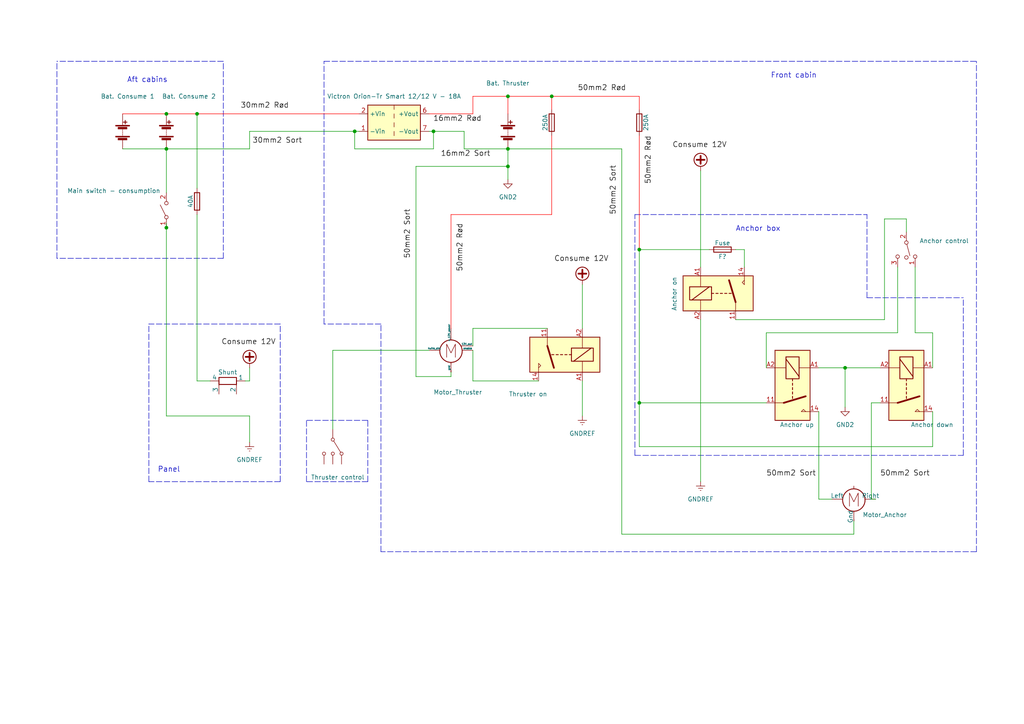
<source format=kicad_sch>
(kicad_sch (version 20231120) (generator "eeschema") (generator_version "8.0")
  (paper "A4")
  (title_block (title "Frk Jensen - Anchor/Thruster Schematic") (date "2023-08-07") (rev "2.0"))
  (lib_symbols
    (symbol "Converter_DCDC:ITX0505SA"
      (property "Reference" "PS" (at -7.62 6.35 0))
      (property "Value" "ITX0505SA" (at 1.27 6.35 0))
      (symbol "ITX0505SA_0_0"
        (pin power_in line (at -10.16 -2.54 0) (length 2.54) (name "-Vin") (number "1"))
        (pin power_in line (at -10.16 2.54 0) (length 2.54) (name "+Vin") (number "2"))
        (pin power_out line (at 10.16 2.54 180) (length 2.54) (name "+Vout") (number "6"))
        (pin power_out line (at 10.16 -2.54 180) (length 2.54) (name "-Vout") (number "7"))
        (pin no_connect line (at 7.62 0 180) (length 2.54) hide (name "NC") (number "8"))
      )
      (symbol "ITX0505SA_0_1"
        (rectangle (start -7.62 5.08) (end 7.62 -5.08) (stroke (width 0.254)) (fill (type background)))
        (polyline (pts (xy 0 -2.54) (xy 0 -3.81)))
        (polyline (pts (xy 0 0) (xy 0 -1.27)))
        (polyline (pts (xy 0 2.54) (xy 0 1.27)))
        (polyline (pts (xy 0 5.08) (xy 0 3.81)))
      )
    )
    (symbol "FrontPower-rescue:Battery" (pin_numbers hide) (pin_names (offset 0) hide)
      (property "Reference" "BT" (at 2.54 2.54 0))
      (property "Value" "Battery" (at 2.54 0 0))
      (symbol "Battery_0_1"
        (rectangle (start -2.032 -1.397) (end 2.032 -1.651) (fill (type outline)))
        (rectangle (start -2.032 1.778) (end 2.032 1.524) (fill (type outline)))
        (rectangle (start -1.3208 -1.9812) (end 1.27 -2.4892) (fill (type outline)))
        (rectangle (start -1.3208 1.1938) (end 1.27 0.6858) (fill (type outline)))
        (polyline (pts (xy 0 -1.524) (xy 0 -1.27)))
        (polyline (pts (xy 0 -1.016) (xy 0 -0.762)))
        (polyline (pts (xy 0 -0.508) (xy 0 -0.254)))
        (polyline (pts (xy 0 0) (xy 0 0.254)))
        (polyline (pts (xy 0 0.508) (xy 0 0.762)))
        (polyline (pts (xy 0 1.778) (xy 0 2.54)))
        (polyline (pts (xy 0.254 2.667) (xy 1.27 2.667)) (stroke (width 0.254)))
        (polyline (pts (xy 0.762 3.175) (xy 0.762 2.159)) (stroke (width 0.254)))
      )
      (symbol "Battery_1_1"
        (pin passive line (at 0 5.08 270) (length 2.54) (name "+") (number "1"))
        (pin passive line (at 0 -5.08 90) (length 2.54) (name "-") (number "2"))
      )
    )
    (symbol "FrontPower-rescue:FINDER-32.21-x300" (pin_names (offset 1.016))
      (property "Reference" "K" (at 11.43 3.81 0))
      (property "Value" "FINDER-32.21-x300" (at 11.43 1.27 0))
      (symbol "FINDER-32.21-x300_0_1"
        (rectangle (start -10.16 5.08) (end 10.16 -5.08) (stroke (width 0.254)) (fill (type background)))
        (rectangle (start -8.255 1.905) (end -1.905 -1.905) (stroke (width 0.254)))
        (polyline (pts (xy -7.62 -1.905) (xy -2.54 1.905)) (stroke (width 0.254)))
        (polyline (pts (xy -5.08 -5.08) (xy -5.08 -1.905)))
        (polyline (pts (xy -5.08 5.08) (xy -5.08 1.905)))
        (polyline (pts (xy -1.905 0) (xy -1.27 0)) (stroke (width 0.254)))
        (polyline (pts (xy -0.635 0) (xy 0 0)) (stroke (width 0.254)))
        (polyline (pts (xy 0.635 0) (xy 1.27 0)) (stroke (width 0.254)))
        (polyline (pts (xy 1.905 0) (xy 2.54 0)) (stroke (width 0.254)))
        (polyline (pts (xy 3.175 0) (xy 3.81 0)) (stroke (width 0.254)))
        (polyline (pts (xy 5.08 -2.54) (xy 3.175 3.81)) (stroke (width 0.508)))
        (polyline (pts (xy 5.08 -2.54) (xy 5.08 -5.08)))
        (polyline (pts (xy 7.62 2.54) (xy 7.62 5.08)))
        (polyline (pts (xy 7.62 2.54) (xy 6.985 3.175) (xy 7.62 3.81)))
      )
      (symbol "FINDER-32.21-x300_1_1"
        (pin passive line (at 5.08 -7.62 90) (length 2.54) (name "~") (number "11"))
        (pin passive line (at 7.62 7.62 270) (length 2.54) (name "~") (number "14"))
        (pin passive line (at -5.08 7.62 270) (length 2.54) (name "~") (number "A1"))
        (pin passive line (at -5.08 -7.62 90) (length 2.54) (name "~") (number "A2"))
      )
    )
    (symbol "FrontPower-rescue:Fuse" (pin_numbers hide) (pin_names (offset 0))
      (property "Reference" "F" (at 2.032 0 90))
      (property "Value" "Fuse" (at -1.905 0 90))
      (symbol "Fuse_0_1"
        (rectangle (start -0.762 -2.54) (end 0.762 2.54) (stroke (width 0.254)))
        (polyline (pts (xy 0 2.54) (xy 0 -2.54)))
      )
      (symbol "Fuse_1_1"
        (pin passive line (at 0 3.81 270) (length 1.27) (name "~") (number "1"))
        (pin passive line (at 0 -3.81 90) (length 1.27) (name "~") (number "2"))
      )
    )
    (symbol "FrontPower-rescue:R_Shunt" (pin_numbers hide) (pin_names (offset 0))
      (property "Reference" "R" (at -4.445 0 90))
      (property "Value" "R_Shunt" (at -2.54 0 90))
      (symbol "R_Shunt_0_1"
        (rectangle (start -1.016 -2.54) (end 1.016 2.54) (stroke (width 0.254)))
        (polyline (pts (xy 0 -2.54) (xy 1.27 -2.54)))
        (polyline (pts (xy 1.27 2.54) (xy 0 2.54)))
      )
      (symbol "R_Shunt_1_1"
        (pin passive line (at 0 5.08 270) (length 2.54) (name "1") (number "1"))
        (pin passive line (at 3.81 2.54 180) (length 2.54) (name "2") (number "2"))
        (pin passive line (at 3.81 -2.54 180) (length 2.54) (name "3") (number "3"))
        (pin passive line (at 0 -5.08 90) (length 2.54) (name "4") (number "4"))
      )
    )
    (symbol "FrontPower-rescue:SW_DPST_x2" (pin_names (offset 0) hide)
      (property "Reference" "SW" (at 0 3.175 0))
      (property "Value" "SW_DPST_x2" (at 0 -2.54 0))
      (symbol "SW_DPST_x2_0_0"
        (circle (center -2.032 0) (radius 0.508))
        (polyline (pts (xy -1.524 0.254) (xy 1.524 1.778)))
        (circle (center 2.032 0) (radius 0.508))
      )
      (symbol "SW_DPST_x2_1_1"
        (pin passive line (at -5.08 0 0) (length 2.54) (name "A") (number "1"))
        (pin passive line (at 5.08 0 180) (length 2.54) (name "B") (number "2"))
      )
      (symbol "SW_DPST_x2_2_1"
        (pin input line (at -5.08 0 0) (length 2.54) (name "A") (number "3"))
        (pin input line (at 5.08 0 180) (length 2.54) (name "B") (number "4"))
      )
    )
    (symbol "FrontPower-rescue:SW_SPDT_MSM" (pin_names (offset 0) hide)
      (property "Reference" "SW" (at 0 5.08 0))
      (property "Value" "SW_SPDT_MSM" (at 0 -5.08 0))
      (symbol "SW_SPDT_MSM_0_0"
        (circle (center -2.032 0) (radius 0.508))
        (polyline (pts (xy -1.524 0.127) (xy 1.778 1.016)))
        (circle (center 2.032 -2.54) (radius 0.508))
      )
      (symbol "SW_SPDT_MSM_0_1"
        (circle (center 2.032 2.54) (radius 0.508))
        (circle (center 2.286 0) (radius 0.508))
      )
      (symbol "SW_SPDT_MSM_1_1"
        (pin passive line (at 5.08 2.54 180) (length 2.54) (name "1") (number "1"))
        (pin passive line (at -5.08 0 0) (length 2.54) (name "2") (number "2"))
        (pin passive line (at 5.08 -2.54 180) (length 2.54) (name "3") (number "3"))
      )
    )
    (symbol "Switch:SW_DP3T" (pin_numbers hide) (pin_names (offset 0) hide)
      (property "Reference" "SW" (at 0 5.08 0))
      (property "Value" "SW_DP3T" (at 0 -5.08 0))
      (symbol "SW_DP3T_0_1"
        (circle (center -2.032 0) (radius 0.4572))
        (polyline (pts (xy -1.651 0.254) (xy 1.651 2.286)))
        (circle (center 2.032 -2.54) (radius 0.4572))
        (circle (center 2.032 0) (radius 0.4572))
        (circle (center 2.032 2.54) (radius 0.4572))
      )
      (symbol "SW_DP3T_1_1"
        (pin passive line (at 5.08 2.54 180) (length 2.54) (name "1") (number "1"))
        (pin passive line (at 5.08 0 180) (length 2.54) (name "2") (number "2"))
        (pin passive line (at -5.08 0 0) (length 2.54) (name "3") (number "3"))
        (pin passive line (at 5.08 -2.54 180) (length 2.54) (name "4") (number "4"))
      )
      (symbol "SW_DP3T_2_1"
        (pin passive line (at 5.08 2.54 180) (length 2.54) (name "5") (number "5"))
        (pin passive line (at 5.08 0 180) (length 2.54) (name "6") (number "6"))
        (pin passive line (at -5.08 0 0) (length 2.54) (name "7") (number "7"))
        (pin passive line (at 5.08 -2.54 180) (length 2.54) (name "8") (number "8"))
      )
    )
    (symbol "motor_anchor:Motor_Anchor" (pin_names (offset 0))
      (property "Reference" "M" (at 2.54 2.54 0))
      (property "Value" "Motor_Anchor" (at 2.54 -5.08 0))
      (symbol "Motor_Anchor_0_0"
        (polyline (pts (xy -1.27 -3.302) (xy -1.27 0.508) (xy 0 -2.032) (xy 1.27 0.508) (xy 1.27 -3.302)))
      )
      (symbol "Motor_Anchor_0_1"
        (circle (center 0 -1.524) (radius 3.2512) (stroke (width 0.254)))
        (polyline (pts (xy 0 -7.62) (xy 0 -7.112)))
        (polyline (pts (xy 0 -4.7752) (xy 0 -5.1816)))
        (polyline (pts (xy 0 1.7272) (xy 0 2.0828)))
        (polyline (pts (xy 0 2.032) (xy 0 2.54)))
      )
      (symbol "Motor_Anchor_1_1"
        (pin passive line (at 0 -7.62 90) (length 2.54) (name "Gnd") (number "~"))
        (pin passive line (at -6.35 -1.27 0) (length 2.9972) (name "Left") (number "~"))
        (pin passive line (at 6.35 -1.27 180) (length 2.9972) (name "Right") (number "~"))
      )
    )
    (symbol "motor_thruster:Motor_Thruster" (pin_names (offset 0))
      (property "Reference" "M" (at 2.54 2.54 0))
      (property "Value" "Motor_Thruster" (at 2.54 -5.08 0))
      (symbol "Motor_Thruster_0_0"
        (polyline (pts (xy -1.27 -3.302) (xy -1.27 0.508) (xy 0 -2.032) (xy 1.27 0.508) (xy 1.27 -3.302)))
      )
      (symbol "Motor_Thruster_0_1"
        (circle (center 0 -1.524) (radius 3.2512) (stroke (width 0.254)))
        (polyline (pts (xy 0 -7.62) (xy 0 -7.112)))
        (polyline (pts (xy 0 -4.7752) (xy 0 -5.1816)))
        (polyline (pts (xy 0 1.7272) (xy 0 2.0828)))
        (polyline (pts (xy 0 2.032) (xy 0 2.54)))
        (pin passive line (at 0 5.08 270) (length 2.54) (name "+_12V_power") (number "~"))
        (pin passive line (at 6.35 0 180) (length 3.5052) (name "12V_out") (number "~"))
      )
      (symbol "Motor_Thruster_1_1"
        (pin passive line (at -6.35 -1.27 0) (length 2.9972) (name "4wire_ctrl") (number "~"))
        (pin passive line (at 6.35 -1.27 180) (length 2.9972) (name "enable") (number "~"))
        (pin passive line (at 0 -7.62 90) (length 2.54) (name "gnd") (number "~"))
      )
    )
    (symbol "power:+VDC" (power) (pin_names (offset 0))
      (property "Value" "+VDC" (at 0 6.35 0))
      (symbol "+VDC_0_1"
        (polyline (pts (xy -1.143 3.175) (xy 1.143 3.175)) (stroke (width 0.508)))
        (polyline (pts (xy 0 0) (xy 0 1.27)))
        (polyline (pts (xy 0 2.032) (xy 0 4.318)) (stroke (width 0.508)))
        (circle (center 0 3.175) (radius 1.905) (stroke (width 0.254)))
      )
      (symbol "+VDC_1_1"
        (pin power_in line (at 0 0 90) (length 0) hide (name "+VDC") (number "1"))
      )
    )
    (symbol "power:GND2" (power) (pin_names (offset 0))
      (property "Value" "GND2" (at 0 -3.81 0))
      (symbol "GND2_0_1"
        (polyline (pts (xy 0 0) (xy 0 -1.27) (xy 1.27 -1.27) (xy 0 -2.54) (xy -1.27 -1.27) (xy 0 -1.27)))
      )
      (symbol "GND2_1_1"
        (pin power_in line (at 0 0 270) (length 0) hide (name "GND2") (number "1"))
      )
    )
    (symbol "power:GNDREF" (power) (pin_names (offset 0))
      (property "Value" "GNDREF" (at 0 -3.81 0))
      (symbol "GNDREF_0_1"
        (polyline (pts (xy -0.635 -1.905) (xy 0.635 -1.905)))
        (polyline (pts (xy -0.127 -2.54) (xy 0.127 -2.54)))
        (polyline (pts (xy 0 -1.27) (xy 0 0)))
        (polyline (pts (xy 1.27 -1.27) (xy -1.27 -1.27)))
      )
      (symbol "GNDREF_1_1"
        (pin power_in line (at 0 0 270) (length 0) hide (name "GNDREF") (number "1"))
      )
    )
  )
  (junction (at 185.42 116.84))
  (junction (at 147.32 43.18))
  (junction (at 185.42 72.39))
  (junction (at 48.26 43.18))
  (junction (at 160.02 27.94))
  (junction (at 48.26 66.04))
  (junction (at 102.87 38.1))
  (junction (at 125.73 38.1))
  (junction (at 245.11 106.68))
  (junction (at 147.32 48.26))
  (junction (at 57.15 33.02))
  (junction (at 48.26 33.02))
  (junction (at 147.32 27.94))
  (wire (pts (xy 57.15 54.61) (xy 57.15 33.02)))
  (wire (pts (xy 35.56 33.02) (xy 48.26 33.02)) (stroke (width 0) (color 255 0 0 1)))
  (polyline (pts (xy 251.46 86.36) (xy 279.4 86.36)) (stroke (width 0) (type dash)))
  (wire (pts (xy 213.36 92.71) (xy 256.54 92.71)))
  (wire (pts (xy 147.32 27.94) (xy 147.32 33.02)) (stroke (width 0) (color 255 0 0 1)))
  (wire (pts (xy 120.65 48.26) (xy 147.32 48.26)))
  (polyline (pts (xy 43.18 139.7) (xy 43.18 93.98)) (stroke (width 0) (type dash)))
  (wire (pts (xy 102.87 38.1) (xy 102.87 43.18)))
  (wire (pts (xy 147.32 43.18) (xy 147.32 48.26)))
  (wire (pts (xy 254 144.78) (xy 252.73 144.78)))
  (polyline (pts (xy 64.77 74.93) (xy 64.77 17.78)) (stroke (width 0) (type dash)))
  (wire (pts (xy 262.89 63.5) (xy 262.89 67.31)))
  (wire (pts (xy 260.35 77.47) (xy 260.35 96.52)))
  (wire (pts (xy 72.39 43.18) (xy 72.39 38.1)))
  (wire (pts (xy 237.49 106.68) (xy 245.11 106.68)))
  (wire (pts (xy 180.34 43.18) (xy 180.34 154.94)))
  (wire (pts (xy 102.87 43.18) (xy 125.73 43.18)))
  (wire (pts (xy 124.46 38.1) (xy 125.73 38.1)))
  (wire (pts (xy 125.73 38.1) (xy 125.73 43.18)))
  (wire (pts (xy 160.02 62.23) (xy 160.02 39.37)) (stroke (width 0) (color 255 0 0 1)))
  (wire (pts (xy 57.15 62.23) (xy 57.15 110.49)))
  (wire (pts (xy 265.43 96.52) (xy 270.51 96.52)))
  (wire (pts (xy 137.16 95.25) (xy 158.75 95.25)))
  (polyline (pts (xy 106.68 139.7) (xy 106.68 121.92)) (stroke (width 0) (type dash)))
  (wire (pts (xy 256.54 92.71) (xy 256.54 63.5)))
  (wire (pts (xy 241.3 144.78) (xy 237.49 144.78)))
  (wire (pts (xy 71.12 110.49) (xy 72.39 110.49)))
  (wire (pts (xy 57.15 110.49) (xy 60.96 110.49)))
  (wire (pts (xy 134.62 38.1) (xy 134.62 43.18)))
  (wire (pts (xy 48.26 64.77) (xy 48.26 66.04)))
  (polyline (pts (xy 88.9 139.7) (xy 88.9 121.92)) (stroke (width 0) (type dash)))
  (wire (pts (xy 270.51 96.52) (xy 270.51 106.68)))
  (polyline (pts (xy 283.21 160.02) (xy 110.49 160.02)) (stroke (width 0) (type dash)))
  (wire (pts (xy 215.9 77.47) (xy 215.9 72.39)))
  (wire (pts (xy 215.9 72.39) (xy 213.36 72.39)))
  (wire (pts (xy 168.91 82.55) (xy 168.91 95.25)))
  (wire (pts (xy 48.26 120.65) (xy 72.39 120.65)))
  (polyline (pts (xy 110.49 93.98) (xy 93.98 93.98)) (stroke (width 0) (type dash)))
  (wire (pts (xy 120.65 109.22) (xy 130.81 109.22)))
  (wire (pts (xy 48.26 33.02) (xy 57.15 33.02)) (stroke (width 0) (color 255 0 0 1)))
  (wire (pts (xy 137.16 33.02) (xy 137.16 27.94)) (stroke (width 0) (color 255 0 0 1)))
  (wire (pts (xy 72.39 120.65) (xy 72.39 128.27)))
  (polyline (pts (xy 64.77 74.93) (xy 16.51 74.93)) (stroke (width 0) (type dash)))
  (wire (pts (xy 134.62 43.18) (xy 147.32 43.18)))
  (wire (pts (xy 252.73 116.84) (xy 255.27 116.84)))
  (wire (pts (xy 185.42 39.37) (xy 185.42 72.39)) (stroke (width 0) (color 255 0 0 1)))
  (wire (pts (xy 270.51 129.54) (xy 185.42 129.54)))
  (wire (pts (xy 270.51 119.38) (xy 270.51 129.54)))
  (polyline (pts (xy 184.15 132.08) (xy 184.15 62.23)) (stroke (width 0) (type dash)))
  (wire (pts (xy 130.81 62.23) (xy 160.02 62.23)) (stroke (width 0) (color 255 0 0 1)))
  (wire (pts (xy 35.56 43.18) (xy 48.26 43.18)))
  (polyline (pts (xy 110.49 160.02) (xy 110.49 93.98)) (stroke (width 0) (type dash)))
  (polyline (pts (xy 279.4 132.08) (xy 279.4 86.36)) (stroke (width 0) (type dash)))
  (wire (pts (xy 57.15 33.02) (xy 104.14 33.02)) (stroke (width 0) (color 255 0 0 1)))
  (wire (pts (xy 137.16 100.33) (xy 137.16 95.25)))
  (wire (pts (xy 125.73 38.1) (xy 134.62 38.1)))
  (wire (pts (xy 102.87 38.1) (xy 104.14 38.1)))
  (wire (pts (xy 256.54 63.5) (xy 262.89 63.5)))
  (wire (pts (xy 147.32 43.18) (xy 180.34 43.18)))
  (wire (pts (xy 96.52 101.6) (xy 124.46 101.6)))
  (wire (pts (xy 185.42 72.39) (xy 185.42 116.84)))
  (polyline (pts (xy 106.68 121.92) (xy 88.9 121.92)) (stroke (width 0) (type dash)))
  (polyline (pts (xy 184.15 62.23) (xy 251.46 62.23)) (stroke (width 0) (type dash)))
  (wire (pts (xy 168.91 110.49) (xy 168.91 120.65)))
  (polyline (pts (xy 81.28 93.98) (xy 43.18 93.98)) (stroke (width 0) (type dash)))
  (wire (pts (xy 245.11 106.68) (xy 255.27 106.68)))
  (wire (pts (xy 137.16 110.49) (xy 156.21 110.49)))
  (polyline (pts (xy 283.21 160.02) (xy 283.21 17.78)) (stroke (width 0) (type dash)))
  (wire (pts (xy 222.25 106.68) (xy 222.25 96.52)))
  (wire (pts (xy 124.46 33.02) (xy 137.16 33.02)) (stroke (width 0) (color 255 0 0 1)))
  (wire (pts (xy 160.02 27.94) (xy 147.32 27.94)) (stroke (width 0) (color 255 0 0 1)))
  (polyline (pts (xy 81.28 139.7) (xy 81.28 93.98)) (stroke (width 0) (type dash)))
  (polyline (pts (xy 16.51 74.93) (xy 16.51 17.78)) (stroke (width 0) (type dash)))
  (wire (pts (xy 245.11 106.68) (xy 245.11 118.11)))
  (wire (pts (xy 185.42 72.39) (xy 205.74 72.39)))
  (wire (pts (xy 185.42 27.94) (xy 185.42 31.75)) (stroke (width 0) (color 255 0 0 1)))
  (wire (pts (xy 222.25 96.52) (xy 260.35 96.52)))
  (wire (pts (xy 160.02 31.75) (xy 160.02 27.94)) (stroke (width 0) (color 255 0 0 1)))
  (wire (pts (xy 265.43 77.47) (xy 265.43 96.52)))
  (polyline (pts (xy 93.98 93.98) (xy 93.98 17.78)) (stroke (width 0) (type dash)))
  (wire (pts (xy 185.42 116.84) (xy 222.25 116.84)))
  (polyline (pts (xy 106.68 139.7) (xy 88.9 139.7)) (stroke (width 0) (type dash)))
  (wire (pts (xy 180.34 154.94) (xy 247.65 154.94)))
  (polyline (pts (xy 93.98 17.78) (xy 283.21 17.78)) (stroke (width 0) (type dash)))
  (wire (pts (xy 147.32 48.26) (xy 147.32 52.07)))
  (wire (pts (xy 137.16 101.6) (xy 137.16 110.49)))
  (wire (pts (xy 96.52 124.46) (xy 96.52 101.6)))
  (wire (pts (xy 160.02 27.94) (xy 185.42 27.94)) (stroke (width 0) (color 255 0 0 1)))
  (wire (pts (xy 247.65 154.94) (xy 247.65 151.13)))
  (wire (pts (xy 185.42 129.54) (xy 185.42 116.84)))
  (wire (pts (xy 130.81 62.23) (xy 130.81 95.25)) (stroke (width 0) (color 255 0 0 1)))
  (polyline (pts (xy 64.77 17.78) (xy 16.51 17.78)) (stroke (width 0) (type dash)))
  (wire (pts (xy 237.49 119.38) (xy 237.49 144.78)))
  (wire (pts (xy 203.2 49.53) (xy 203.2 77.47)))
  (wire (pts (xy 48.26 43.18) (xy 48.26 55.88)))
  (wire (pts (xy 72.39 106.68) (xy 72.39 110.49)))
  (wire (pts (xy 48.26 43.18) (xy 72.39 43.18)))
  (wire (pts (xy 130.81 107.95) (xy 130.81 109.22)))
  (wire (pts (xy 120.65 48.26) (xy 120.65 109.22)))
  (wire (pts (xy 72.39 38.1) (xy 102.87 38.1)))
  (polyline (pts (xy 251.46 86.36) (xy 251.46 62.23)) (stroke (width 0) (type dash)))
  (polyline (pts (xy 184.15 132.08) (xy 279.4 132.08)) (stroke (width 0) (type dash)))
  (wire (pts (xy 137.16 27.94) (xy 147.32 27.94)) (stroke (width 0) (color 255 0 0 1)))
  (wire (pts (xy 203.2 92.71) (xy 203.2 139.7)))
  (wire (pts (xy 252.73 144.78) (xy 252.73 116.84)))
  (polyline (pts (xy 81.28 139.7) (xy 43.18 139.7)) (stroke (width 0) (type dash)))
  (wire (pts (xy 48.26 120.65) (xy 48.26 66.04)))
  (text "Aft cabins" (at 36.83 24.13 0) (effects (font (size 1.524 1.524)) (justify left bottom)))
  (text "Anchor box" (at 213.36 67.31 0) (effects (font (size 1.524 1.524)) (justify left bottom)))
  (text "Panel" (at 45.72 137.16 0) (effects (font (size 1.524 1.524)) (justify left bottom)))
  (text "Front cabin" (at 223.52 22.86 0) (effects (font (size 1.524 1.524)) (justify left bottom)))
  (label "50mm2 Sort" (at 222.25 138.43 0) (effects (font (size 1.524 1.524))))
  (label "16mm2 Sort" (at 142.24 45.72 180) (effects (font (size 1.524 1.524))))
  (label "50mm2 Rød" (at 134.62 78.74 90) (effects (font (size 1.524 1.524))))
  (label "50mm2 Rød" (at 189.23 53.34 90) (effects (font (size 1.524 1.524))))
  (label "50mm2 Sort" (at 179.07 62.23 90) (effects (font (size 1.524 1.524))))
  (label "16mm2 Rød" (at 139.7 35.56 180) (effects (font (size 1.524 1.524))))
  (label "Consume 12V" (at 176.53 76.2 180) (effects (font (size 1.524 1.524))))
  (label "50mm2 Sort" (at 255.27 138.43 0) (effects (font (size 1.524 1.524))))
  (label "50mm2 Sort" (at 119.38 74.93 90) (effects (font (size 1.524 1.524))))
  (label "30mm2 Rød" (at 83.82 31.75 180) (effects (font (size 1.524 1.524))))
  (label "Consume 12V" (at 80.01 100.33 180) (effects (font (size 1.524 1.524))))
  (label "Consume 12V" (at 210.82 43.18 180) (effects (font (size 1.524 1.524))))
  (label "30mm2 Sort" (at 87.63 41.91 180) (effects (font (size 1.524 1.524))))
  (label "50mm2 Rød" (at 181.61 26.67 180) (effects (font (size 1.524 1.524))))
  (symbol (lib_id "FrontPower-rescue:FINDER-32.21-x300") (at 163.83 102.87 180) (unit 1)
    (property "Reference" "K?" (effects (hide yes)))
    (property "Value" "Thruster on" (at 158.75 114.3 0) (effects (justify left)))
    (property "Footprint" "Relays_THT:Relay_SPST_Finder_32.21-x300" (effects (hide yes)))
  )
  (symbol (lib_id "FrontPower-rescue:FINDER-32.21-x300") (at 208.28 85.09 0) (unit 1)
    (property "Reference" "K?" (effects (hide yes)))
    (property "Value" "Anchor on" (at 195.58 90.17 90) (effects (justify left)))
    (property "Footprint" "Relays_THT:Relay_SPST_Finder_32.21-x300" (effects (hide yes)))
  )
  (symbol (lib_id "FrontPower-rescue:Battery") (at 147.32 38.1 0) (unit 1)
    (property "Reference" "BT?" (effects (hide yes)))
    (property "Value" "Bat. Thruster" (at 140.97 24.13 0) (effects (justify left)))
  )
  (symbol (lib_id "FrontPower-rescue:Battery") (at 48.26 38.1 0) (unit 1)
    (property "Reference" "BT?" (effects (hide yes)))
    (property "Value" "Bat. Consume 2" (at 46.99 27.94 0) (effects (justify left)))
  )
  (symbol (lib_id "FrontPower-rescue:Battery") (at 35.56 38.1 0) (unit 1)
    (property "Reference" "Bat1" (effects (hide yes)))
    (property "Value" "Bat. Consume 1" (at 29.21 27.94 0) (effects (justify left)))
  )
  (symbol (lib_id "FrontPower-rescue:Fuse") (at 160.02 35.56 0) (unit 1)
    (property "Reference" "F?" (effects (hide yes)))
    (property "Value" "250A" (at 158.115 35.56 90))
  )
  (symbol (lib_id "FrontPower-rescue:Fuse") (at 185.42 35.56 180) (unit 1)
    (property "Reference" "F?" (effects (hide yes)))
    (property "Value" "250A" (at 187.325 35.56 90))
  )
  (symbol (lib_id "FrontPower-rescue:Fuse") (at 209.55 72.39 270) (unit 1)
    (property "Reference" "F?" (at 209.55 74.422 90))
    (property "Value" "Fuse" (at 209.55 70.485 90))
  )
  (symbol (lib_id "FrontPower-rescue:R_Shunt") (at 66.04 110.49 270) (unit 1)
    (property "Reference" "R?" (effects (hide yes)))
    (property "Value" "Shunt" (at 66.04 107.95 90))
  )
  (symbol (lib_id "FrontPower-rescue:SW_DPST_x2") (at 48.26 60.96 90) (unit 1)
    (property "Reference" "SW1" (effects (hide yes)))
    (property "Value" "Main switch - consumption" (at 33.02 54.61 90) (effects (justify bottom)))
  )
  (symbol (lib_id "motor_anchor:Motor_Anchor") (at 247.65 143.51 0) (unit 1)
    (property "Reference" "M?" (effects (hide yes)))
    (property "Value" "Motor_Anchor" (at 250.19 148.59 0) (effects (justify left top)))
  )
  (symbol (lib_id "FrontPower-rescue:FINDER-32.21-x300") (at 229.87 111.76 270) (unit 1)
    (property "Reference" "K?" (effects (hide yes)))
    (property "Value" "Anchor up" (at 231.14 123.19 90))
    (property "Footprint" "Relays_THT:Relay_SPST_Finder_32.21-x300" (effects (hide yes)))
  )
  (symbol (lib_id "FrontPower-rescue:FINDER-32.21-x300") (at 262.89 111.76 270) (unit 1)
    (property "Reference" "K?" (effects (hide yes)))
    (property "Value" "Anchor down" (at 264.16 123.19 90) (effects (justify left)))
    (property "Footprint" "Relays_THT:Relay_SPST_Finder_32.21-x300" (effects (hide yes)))
  )
  (symbol (lib_id "FrontPower-rescue:SW_SPDT_MSM") (at 262.89 72.39 270) (unit 1)
    (property "Reference" "SW?" (effects (hide yes)))
    (property "Value" "Anchor control" (at 266.7 69.85 90) (effects (justify left)))
  )
  (symbol (lib_id "motor_thruster:Motor_Thruster") (at 130.81 100.33 0) (unit 1)
    (property "Reference" "M?" (effects (hide yes)))
    (property "Value" "Motor_Thruster" (at 125.73 113.03 0) (effects (justify left top)))
  )
  (symbol (lib_id "Converter_DCDC:ITX0505SA") (at 114.3 35.56 0) (unit 1)
    (property "Reference" "PS1" (effects (hide yes)))
    (property "Value" "Victron Orion-Tr Smart 12/12 V - 18A" (at 114.3 27.94 0))
    (property "Footprint" "Converter_DCDC:Converter_DCDC_XP_POWER-ITXxxxxSA_THT" (effects (hide yes)))
    (property "Datasheet" "https://www.xppower.com/pdfs/SF_ITX.pdf" (effects (hide yes)))
  )
  (symbol (lib_id "power:GND2") (at 245.11 118.11 0) (unit 1)
    (property "Reference" "#PWR?" (effects (hide yes)))
    (property "Value" "GND2" (at 245.11 123.19 0))
  )
  (symbol (lib_id "power:GNDREF") (at 203.2 139.7 0) (unit 1)
    (property "Reference" "#PWR?" (effects (hide yes)))
    (property "Value" "GNDREF" (at 203.2 144.78 0))
  )
  (symbol (lib_id "power:GNDREF") (at 72.39 128.27 0) (unit 1)
    (property "Reference" "#PWR?" (effects (hide yes)))
    (property "Value" "GNDREF" (at 72.39 133.35 0))
  )
  (symbol (lib_id "power:GND2") (at 147.32 52.07 0) (unit 1)
    (property "Reference" "#PWR?" (effects (hide yes)))
    (property "Value" "GND2" (at 147.32 57.15 0))
  )
  (symbol (lib_id "Switch:SW_DP3T") (at 96.52 129.54 270) (unit 2)
    (property "Reference" "SW?" (effects (hide yes)))
    (property "Value" "Thruster control" (at 90.17 138.43 90) (effects (justify left)))
  )
  (symbol (lib_id "power:+VDC") (at 168.91 82.55 0) (unit 1)
    (property "Reference" "#PWR?" (effects (hide yes)))
    (property "Value" "+VDC" (effects (hide yes)))
  )
  (symbol (lib_id "power:GNDREF") (at 168.91 120.65 0) (unit 1)
    (property "Reference" "#PWR?" (effects (hide yes)))
    (property "Value" "GNDREF" (at 168.91 125.73 0))
  )
  (symbol (lib_id "power:+VDC") (at 72.39 106.68 0) (unit 1)
    (property "Reference" "#PWR?" (effects (hide yes)))
    (property "Value" "+VDC" (effects (hide yes)))
  )
  (symbol (lib_id "FrontPower-rescue:Fuse") (at 57.15 58.42 0) (unit 1)
    (property "Reference" "F?" (effects (hide yes)))
    (property "Value" "40A" (at 55.245 58.42 90))
  )
  (symbol (lib_id "power:+VDC") (at 203.2 49.53 0) (unit 1)
    (property "Reference" "#PWR?" (effects (hide yes)))
    (property "Value" "+VDC" (effects (hide yes)))
  )
)
</source>
